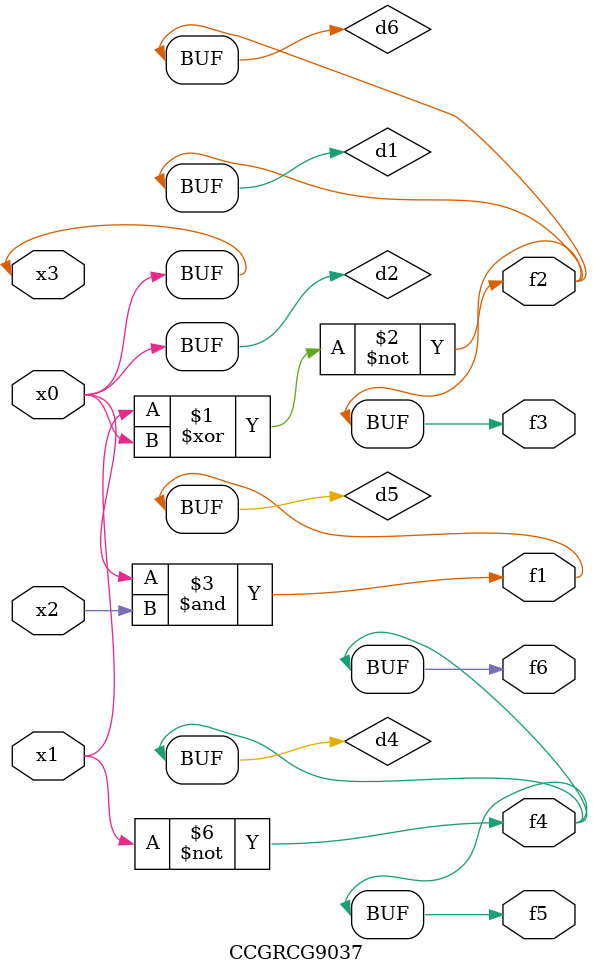
<source format=v>
module CCGRCG9037(
	input x0, x1, x2, x3,
	output f1, f2, f3, f4, f5, f6
);

	wire d1, d2, d3, d4, d5, d6;

	xnor (d1, x1, x3);
	buf (d2, x0, x3);
	nand (d3, x0, x2);
	not (d4, x1);
	nand (d5, d3);
	or (d6, d1);
	assign f1 = d5;
	assign f2 = d6;
	assign f3 = d6;
	assign f4 = d4;
	assign f5 = d4;
	assign f6 = d4;
endmodule

</source>
